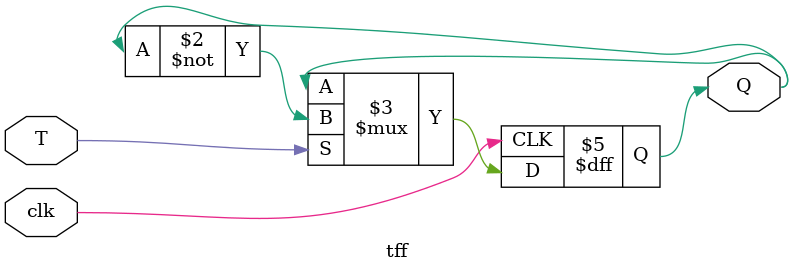
<source format=v>


module tff(
    input T,
    input clk,
    output reg Q
    );
    always @(posedge clk)
    begin
        if(T)
            Q <= ~Q;
    end
endmodule

</source>
